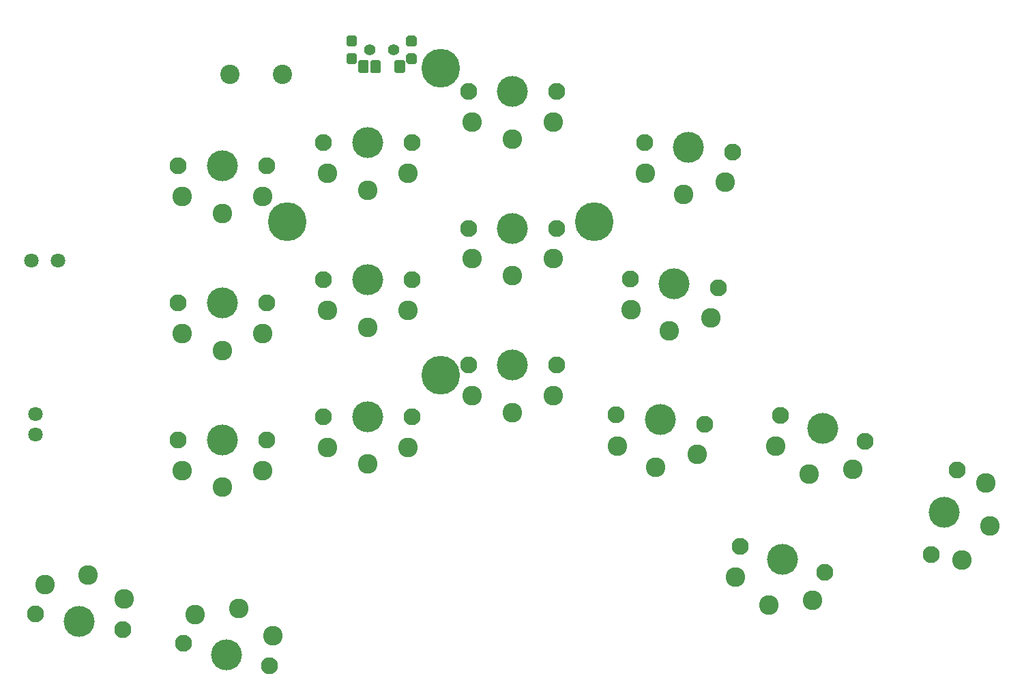
<source format=gts>
G04 #@! TF.GenerationSoftware,KiCad,Pcbnew,5.1.10*
G04 #@! TF.CreationDate,2021-09-20T14:55:35+01:00*
G04 #@! TF.ProjectId,parergon,70617265-7267-46f6-9e2e-6b696361645f,0.1*
G04 #@! TF.SameCoordinates,Original*
G04 #@! TF.FileFunction,Soldermask,Top*
G04 #@! TF.FilePolarity,Negative*
%FSLAX46Y46*%
G04 Gerber Fmt 4.6, Leading zero omitted, Abs format (unit mm)*
G04 Created by KiCad (PCBNEW 5.1.10) date 2021-09-20 14:55:35*
%MOMM*%
%LPD*%
G01*
G04 APERTURE LIST*
%ADD10C,2.432000*%
%ADD11C,3.829000*%
%ADD12C,2.101800*%
%ADD13C,1.797000*%
%ADD14C,4.800000*%
%ADD15C,1.400000*%
%ADD16C,2.400000*%
G04 APERTURE END LIST*
D10*
X47077414Y-94780014D03*
D11*
X41493512Y-97654043D03*
D10*
X37229336Y-93043533D03*
X42518036Y-91843677D03*
D12*
X46909955Y-98609108D03*
X36077069Y-96698978D03*
D10*
X122885464Y-92088100D03*
D11*
X128778000Y-89916000D03*
D10*
X132448511Y-95011817D03*
X127053007Y-95558198D03*
D12*
X123518324Y-88307956D03*
X134037676Y-91524044D03*
D10*
X151016100Y-89966536D03*
D11*
X148844000Y-84074000D03*
D10*
X153939817Y-80403489D03*
X154486198Y-85798993D03*
D12*
X147235956Y-89333676D03*
X150452044Y-78814324D03*
D10*
X127865464Y-75832100D03*
D11*
X133758000Y-73660000D03*
D10*
X137428511Y-78755817D03*
X132033007Y-79302198D03*
D12*
X128498324Y-72051956D03*
X139017676Y-75268044D03*
D13*
X36068000Y-74422000D03*
X35560000Y-52832000D03*
X38862000Y-52832000D03*
X36068000Y-71882000D03*
D10*
X72260000Y-75989000D03*
D11*
X77260000Y-72189000D03*
D10*
X82260000Y-75989000D03*
X77260000Y-78089000D03*
D12*
X71760000Y-72189000D03*
X82760000Y-72189000D03*
D10*
X54260000Y-61864000D03*
D11*
X59260000Y-58064000D03*
D10*
X64260000Y-61864000D03*
X59260000Y-63964000D03*
D12*
X53760000Y-58064000D03*
X64760000Y-58064000D03*
D10*
X54260000Y-78864000D03*
D11*
X59260000Y-75064000D03*
D10*
X64260000Y-78864000D03*
X59260000Y-80964000D03*
D12*
X53760000Y-75064000D03*
X64760000Y-75064000D03*
D10*
X111703907Y-42015274D03*
D11*
X117073725Y-38758733D03*
D10*
X121649126Y-43060559D03*
X116457007Y-44626412D03*
D12*
X111603855Y-38183826D03*
X122543595Y-39333640D03*
D10*
X65543142Y-99357577D03*
D11*
X59730000Y-101734000D03*
D10*
X55883883Y-96769387D03*
X61257032Y-96035038D03*
D12*
X65042592Y-103157505D03*
X54417408Y-100310495D03*
D10*
X90260000Y-69614000D03*
D11*
X95260000Y-65814000D03*
D10*
X100260000Y-69614000D03*
X95260000Y-71714000D03*
D12*
X89760000Y-65814000D03*
X100760000Y-65814000D03*
D10*
X108229488Y-75833928D03*
D11*
X113599306Y-72577387D03*
D10*
X118174707Y-76879213D03*
X112982588Y-78445066D03*
D12*
X108129436Y-72002480D03*
X119069176Y-73152294D03*
D10*
X72260000Y-58984000D03*
D11*
X77260000Y-55184000D03*
D10*
X82260000Y-58984000D03*
X77260000Y-61084000D03*
D12*
X71760000Y-55184000D03*
X82760000Y-55184000D03*
D10*
X90260000Y-52614000D03*
D11*
X95260000Y-48814000D03*
D10*
X100260000Y-52614000D03*
X95260000Y-54714000D03*
D12*
X89760000Y-48814000D03*
X100760000Y-48814000D03*
D10*
X109926983Y-58922160D03*
D11*
X115296801Y-55665619D03*
D10*
X119872202Y-59967445D03*
X114680083Y-61533298D03*
D12*
X109826931Y-55090712D03*
X120766671Y-56240526D03*
D10*
X72260000Y-41984000D03*
D11*
X77260000Y-38184000D03*
D10*
X82260000Y-41984000D03*
X77260000Y-44084000D03*
D12*
X71760000Y-38184000D03*
X82760000Y-38184000D03*
D10*
X90260000Y-35624000D03*
D11*
X95260000Y-31824000D03*
D10*
X100260000Y-35624000D03*
X95260000Y-37724000D03*
D12*
X89760000Y-31824000D03*
X100760000Y-31824000D03*
D10*
X54260000Y-44864000D03*
D11*
X59260000Y-41064000D03*
D10*
X64260000Y-44864000D03*
X59260000Y-46964000D03*
D12*
X53760000Y-41064000D03*
X64760000Y-41064000D03*
D14*
X86360000Y-28956000D03*
X67310000Y-48006000D03*
X86360000Y-67056000D03*
X105410000Y-48006000D03*
G36*
G01*
X77594000Y-29370000D02*
X77594000Y-28120000D01*
G75*
G02*
X77794000Y-27920000I200000J0D01*
G01*
X78694000Y-27920000D01*
G75*
G02*
X78894000Y-28120000I0J-200000D01*
G01*
X78894000Y-29370000D01*
G75*
G02*
X78694000Y-29570000I-200000J0D01*
G01*
X77794000Y-29570000D01*
G75*
G02*
X77594000Y-29370000I0J200000D01*
G01*
G37*
G36*
G01*
X76094000Y-29370000D02*
X76094000Y-28120000D01*
G75*
G02*
X76294000Y-27920000I200000J0D01*
G01*
X77194000Y-27920000D01*
G75*
G02*
X77394000Y-28120000I0J-200000D01*
G01*
X77394000Y-29370000D01*
G75*
G02*
X77194000Y-29570000I-200000J0D01*
G01*
X76294000Y-29570000D01*
G75*
G02*
X76094000Y-29370000I0J200000D01*
G01*
G37*
G36*
G01*
X80594000Y-29370000D02*
X80594000Y-28120000D01*
G75*
G02*
X80794000Y-27920000I200000J0D01*
G01*
X81694000Y-27920000D01*
G75*
G02*
X81894000Y-28120000I0J-200000D01*
G01*
X81894000Y-29370000D01*
G75*
G02*
X81694000Y-29570000I-200000J0D01*
G01*
X80794000Y-29570000D01*
G75*
G02*
X80594000Y-29370000I0J200000D01*
G01*
G37*
G36*
G01*
X82044000Y-26020000D02*
X82044000Y-25120000D01*
G75*
G02*
X82244000Y-24920000I200000J0D01*
G01*
X83144000Y-24920000D01*
G75*
G02*
X83344000Y-25120000I0J-200000D01*
G01*
X83344000Y-26020000D01*
G75*
G02*
X83144000Y-26220000I-200000J0D01*
G01*
X82244000Y-26220000D01*
G75*
G02*
X82044000Y-26020000I0J200000D01*
G01*
G37*
G36*
G01*
X82044000Y-28220000D02*
X82044000Y-27320000D01*
G75*
G02*
X82244000Y-27120000I200000J0D01*
G01*
X83144000Y-27120000D01*
G75*
G02*
X83344000Y-27320000I0J-200000D01*
G01*
X83344000Y-28220000D01*
G75*
G02*
X83144000Y-28420000I-200000J0D01*
G01*
X82244000Y-28420000D01*
G75*
G02*
X82044000Y-28220000I0J200000D01*
G01*
G37*
G36*
G01*
X74644000Y-28220000D02*
X74644000Y-27320000D01*
G75*
G02*
X74844000Y-27120000I200000J0D01*
G01*
X75744000Y-27120000D01*
G75*
G02*
X75944000Y-27320000I0J-200000D01*
G01*
X75944000Y-28220000D01*
G75*
G02*
X75744000Y-28420000I-200000J0D01*
G01*
X74844000Y-28420000D01*
G75*
G02*
X74644000Y-28220000I0J200000D01*
G01*
G37*
G36*
G01*
X74644000Y-26020000D02*
X74644000Y-25120000D01*
G75*
G02*
X74844000Y-24920000I200000J0D01*
G01*
X75744000Y-24920000D01*
G75*
G02*
X75944000Y-25120000I0J-200000D01*
G01*
X75944000Y-26020000D01*
G75*
G02*
X75744000Y-26220000I-200000J0D01*
G01*
X74844000Y-26220000D01*
G75*
G02*
X74644000Y-26020000I0J200000D01*
G01*
G37*
D15*
X80494000Y-26670000D03*
X77494000Y-26670000D03*
D16*
X66698000Y-29718000D03*
X60198000Y-29718000D03*
M02*

</source>
